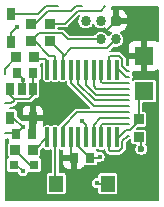
<source format=gtl>
%TF.GenerationSoftware,KiCad,Pcbnew,9.0.0*%
%TF.CreationDate,2025-03-31T12:13:49+01:00*%
%TF.ProjectId,vm_light_sensor_0.2,766d5f6c-6967-4687-945f-73656e736f72,v0.2*%
%TF.SameCoordinates,PX510ff40PY47868c0*%
%TF.FileFunction,Copper,L1,Top*%
%TF.FilePolarity,Positive*%
%FSLAX45Y45*%
G04 Gerber Fmt 4.5, Leading zero omitted, Abs format (unit mm)*
G04 Created by KiCad (PCBNEW 9.0.0) date 2025-03-31 12:13:49*
%MOMM*%
%LPD*%
G01*
G04 APERTURE LIST*
G04 Aperture macros list*
%AMRoundRect*
0 Rectangle with rounded corners*
0 $1 Rounding radius*
0 $2 $3 $4 $5 $6 $7 $8 $9 X,Y pos of 4 corners*
0 Add a 4 corners polygon primitive as box body*
4,1,4,$2,$3,$4,$5,$6,$7,$8,$9,$2,$3,0*
0 Add four circle primitives for the rounded corners*
1,1,$1+$1,$2,$3*
1,1,$1+$1,$4,$5*
1,1,$1+$1,$6,$7*
1,1,$1+$1,$8,$9*
0 Add four rect primitives between the rounded corners*
20,1,$1+$1,$2,$3,$4,$5,0*
20,1,$1+$1,$4,$5,$6,$7,0*
20,1,$1+$1,$6,$7,$8,$9,0*
20,1,$1+$1,$8,$9,$2,$3,0*%
G04 Aperture macros list end*
%TA.AperFunction,SMDPad,CuDef*%
%ADD10C,0.125000*%
%TD*%
%TA.AperFunction,ComponentPad*%
%ADD11RoundRect,0.172720X-0.259080X-0.259080X0.259080X-0.259080X0.259080X0.259080X-0.259080X0.259080X0*%
%TD*%
%TA.AperFunction,ComponentPad*%
%ADD12C,0.863600*%
%TD*%
%TA.AperFunction,SMDPad,CuDef*%
%ADD13R,0.860000X0.810000*%
%TD*%
%TA.AperFunction,SMDPad,CuDef*%
%ADD14R,0.700000X1.000000*%
%TD*%
%TA.AperFunction,SMDPad,CuDef*%
%ADD15R,0.800000X0.800000*%
%TD*%
%TA.AperFunction,SMDPad,CuDef*%
%ADD16R,0.800000X0.900000*%
%TD*%
%TA.AperFunction,SMDPad,CuDef*%
%ADD17O,0.360000X1.740000*%
%TD*%
%TA.AperFunction,SMDPad,CuDef*%
%ADD18R,1.230000X1.360000*%
%TD*%
%TA.AperFunction,SMDPad,CuDef*%
%ADD19R,1.620000X1.490000*%
%TD*%
%TA.AperFunction,SMDPad,CuDef*%
%ADD20R,0.810000X0.860000*%
%TD*%
%TA.AperFunction,SMDPad,CuDef*%
%ADD21R,0.750000X1.000000*%
%TD*%
%TA.AperFunction,ViaPad*%
%ADD22C,0.450000*%
%TD*%
%TA.AperFunction,ViaPad*%
%ADD23C,0.600000*%
%TD*%
%TA.AperFunction,Conductor*%
%ADD24C,0.200000*%
%TD*%
G04 APERTURE END LIST*
D10*
%TO.P,GS5,1,SWDIO~^*%
%TO.N,Net-(GS5-SWDIO~^)*%
X200000Y825000D03*
%TD*%
%TO.P,GS3,1,JD_DATA*%
%TO.N,Net-(GS3-JD_DATA)*%
X-650000Y250000D03*
%TD*%
D11*
%TO.P,J1,1,Vcc*%
%TO.N,+3V3*%
X287500Y700000D03*
D12*
%TO.P,J1,2,SWDIO*%
%TO.N,/SWDIO*%
X287500Y542520D03*
%TO.P,J1,3,GND*%
%TO.N,GND*%
X160500Y700000D03*
%TO.P,J1,4,SWDCLK*%
%TO.N,/SWCLK*%
X160500Y542520D03*
%TO.P,J1,5,~{RESET}*%
%TO.N,/nRESET*%
X33500Y700000D03*
%TD*%
D13*
%TO.P,R7,1*%
%TO.N,/SWDIO*%
X-270000Y525000D03*
%TO.P,R7,2*%
%TO.N,Net-(GS5-SWDIO~^)*%
X-270000Y675000D03*
%TD*%
D10*
%TO.P,GS4,1,SWCLK*%
%TO.N,Net-(GS4-SWCLK)*%
X0Y825000D03*
%TD*%
D14*
%TO.P,U2,1,IN*%
%TO.N,JD_PWR*%
X-415000Y120000D03*
%TO.P,U2,2,GND*%
%TO.N,GND*%
X-510000Y120000D03*
%TO.P,U2,3,EN*%
%TO.N,JD_PWR*%
X-605000Y120000D03*
%TO.P,U2,4,N/C*%
%TO.N,GND*%
X-605000Y-120000D03*
%TO.P,U2,5,OUT*%
%TO.N,+3V3*%
X-415000Y-120000D03*
%TD*%
D10*
%TO.P,GS6,1,RESET*%
%TO.N,Net-(D2-K)*%
X-200000Y825000D03*
%TD*%
D15*
%TO.P,D1,1*%
%TO.N,Net-(D1-Pad1)*%
X-405000Y-520000D03*
%TO.P,D1,2*%
%TO.N,GND*%
X-575000Y-520000D03*
%TD*%
D13*
%TO.P,R6,1*%
%TO.N,/SWCLK*%
X-430000Y525000D03*
%TO.P,R6,2*%
%TO.N,Net-(GS4-SWCLK)*%
X-430000Y675000D03*
%TD*%
D16*
%TO.P,C3,1*%
%TO.N,+3V3*%
X-420000Y-260000D03*
%TO.P,C3,2*%
%TO.N,GND*%
X-560000Y-260000D03*
%TD*%
D17*
%TO.P,U1,1,PB7/PB8*%
%TO.N,/JD_STATUS*%
X-291000Y-287000D03*
%TO.P,U1,2,PB9/PC14-OSC32_IN*%
%TO.N,/nFLASH*%
X-226000Y-287000D03*
%TO.P,U1,3,PC15-OSC32_OUT*%
%TO.N,unconnected-(U1-PC15-OSC32_OUT-Pad3)*%
X-161000Y-287000D03*
%TO.P,U1,4,VDD/VDDA*%
%TO.N,+3V3*%
X-96000Y-287000D03*
%TO.P,U1,5,VSS/VSSA*%
%TO.N,GND*%
X-30000Y-287000D03*
%TO.P,U1,6,NRST*%
%TO.N,/nRESET*%
X35000Y-287000D03*
%TO.P,U1,7,PA0*%
%TO.N,unconnected-(U1-PA0-Pad7)*%
X100000Y-287000D03*
%TO.P,U1,8,PA1*%
%TO.N,unconnected-(U1-PA1-Pad8)*%
X165000Y-287000D03*
%TO.P,U1,9,PA2*%
%TO.N,unconnected-(U1-PA2-Pad9)*%
X230000Y-287000D03*
%TO.P,U1,10,PA3*%
%TO.N,/LIGHT_LEVEL*%
X295000Y-287000D03*
%TO.P,U1,11,PA4*%
%TO.N,unconnected-(U1-PA4-Pad11)*%
X295000Y287000D03*
%TO.P,U1,12,PA5*%
%TO.N,unconnected-(U1-PA5-Pad12)*%
X230000Y287000D03*
%TO.P,U1,13,PA6*%
%TO.N,unconnected-(U1-PA6-Pad13)*%
X165000Y287000D03*
%TO.P,U1,14,PA7*%
%TO.N,unconnected-(U1-PA7-Pad14)*%
X100000Y287000D03*
%TO.P,U1,15,PB0/PB1/PB2/PA8*%
%TO.N,unconnected-(U1-PB0{slash}PB1{slash}PB2{slash}PA8-Pad15)*%
X35000Y287000D03*
%TO.P,U1,16,PA11[PA9]*%
%TO.N,unconnected-(U1-PA11[PA9]-Pad16)*%
X-30000Y287000D03*
%TO.P,U1,17,PA12[PA10]*%
%TO.N,unconnected-(U1-PA12[PA10]-Pad17)*%
X-96000Y287000D03*
%TO.P,U1,18,PA13*%
%TO.N,/SWDIO*%
X-161000Y287000D03*
%TO.P,U1,19,PA15/PA14-BOOT0*%
%TO.N,/SWCLK*%
X-226000Y287000D03*
%TO.P,U1,20,PB3/PB4/PB5/PB6*%
%TO.N,/JD_DATA_MCU*%
X-291000Y287000D03*
%TD*%
D18*
%TO.P,SW1,1,1*%
%TO.N,GND*%
X220000Y-680000D03*
%TO.P,SW1,2,2*%
%TO.N,/nFLASH*%
X-216000Y-680000D03*
%TD*%
D10*
%TO.P,GS2,1,GND*%
%TO.N,GND*%
X-650000Y-250000D03*
%TD*%
D19*
%TO.P,Q1,1,C*%
%TO.N,+3V3*%
X528000Y403000D03*
%TO.P,Q1,2,E*%
%TO.N,/LIGHT_LEVEL*%
X528000Y105000D03*
%TD*%
D20*
%TO.P,R5,1*%
%TO.N,/JD_DATA_MCU*%
X-405000Y390000D03*
%TO.P,R5,2*%
%TO.N,Net-(GS3-JD_DATA)*%
X-555000Y390000D03*
%TD*%
D13*
%TO.P,R2,1*%
%TO.N,GND*%
X483290Y-285000D03*
%TO.P,R2,2*%
%TO.N,/LIGHT_LEVEL*%
X483290Y-135000D03*
%TD*%
D16*
%TO.P,C1,1*%
%TO.N,+3V3*%
X-70000Y-460000D03*
%TO.P,C1,2*%
%TO.N,GND*%
X70000Y-460000D03*
%TD*%
D10*
%TO.P,GS1,1,JD_PWR*%
%TO.N,JD_PWR*%
X-650000Y0D03*
%TD*%
D16*
%TO.P,C2,1*%
%TO.N,JD_PWR*%
X-410000Y260000D03*
%TO.P,C2,2*%
%TO.N,GND*%
X-550000Y260000D03*
%TD*%
D20*
%TO.P,R1,1*%
%TO.N,/JD_STATUS*%
X-415000Y-390000D03*
%TO.P,R1,2*%
%TO.N,Net-(D1-Pad1)*%
X-565000Y-390000D03*
%TD*%
D21*
%TO.P,D2,1,K*%
%TO.N,Net-(D2-K)*%
X-600000Y757000D03*
%TO.P,D2,2,A*%
%TO.N,/nRESET*%
X-600000Y523000D03*
%TD*%
D22*
%TO.N,GND*%
X-500000Y200000D03*
X150000Y-450000D03*
X-500000Y-575000D03*
X125000Y-675000D03*
X-500000Y-200000D03*
D23*
X503290Y-385000D03*
D22*
%TO.N,+3V3*%
X-160000Y30000D03*
X-87500Y615800D03*
X-70000Y-600000D03*
%TO.N,/nRESET*%
X0Y-150000D03*
X-550000Y650000D03*
%TD*%
D24*
%TO.N,GND*%
X-500000Y200000D02*
X-500000Y210000D01*
X130000Y-680000D02*
X125000Y-675000D01*
X-605000Y-120000D02*
X-580000Y-120000D01*
X-500000Y-200000D02*
X-560000Y-260000D01*
X503290Y-305000D02*
X483290Y-285000D01*
X-580000Y-120000D02*
X-500000Y-200000D01*
X503290Y-385000D02*
X503290Y-305000D01*
X-500000Y130000D02*
X-510000Y120000D01*
X-555000Y-520000D02*
X-500000Y-575000D01*
X70000Y-460000D02*
X140000Y-460000D01*
X-30000Y-360000D02*
X70000Y-460000D01*
X-650000Y-250000D02*
X-570000Y-250000D01*
X-500000Y210000D02*
X-550000Y260000D01*
X-30000Y-287000D02*
X-30000Y-360000D01*
X-500000Y200000D02*
X-500000Y130000D01*
X-575000Y-520000D02*
X-555000Y-520000D01*
X-570000Y-250000D02*
X-560000Y-260000D01*
X220000Y-680000D02*
X130000Y-680000D01*
X140000Y-460000D02*
X150000Y-450000D01*
%TO.N,+3V3*%
X-415000Y-120000D02*
X-415000Y-255000D01*
X203300Y615800D02*
X-87500Y615800D01*
X287500Y700000D02*
X203300Y615800D01*
X-96000Y-434000D02*
X-70000Y-460000D01*
X-96000Y-287000D02*
X-96000Y-434000D01*
X-415000Y-255000D02*
X-420000Y-260000D01*
X-395000Y-115000D02*
X-395000Y-120000D01*
%TO.N,Net-(D1-Pad1)*%
X-435000Y-520000D02*
X-405000Y-520000D01*
X-565000Y-390000D02*
X-435000Y-520000D01*
%TO.N,/SWDIO*%
X211610Y466630D02*
X-88370Y466630D01*
X287500Y542520D02*
X211610Y466630D01*
X-270000Y525000D02*
X-161000Y416000D01*
X-88370Y466630D02*
X-161000Y394000D01*
X-161000Y394000D02*
X-161000Y287000D01*
X-161000Y416000D02*
X-161000Y287000D01*
%TO.N,/SWCLK*%
X-359400Y595600D02*
X-430000Y525000D01*
X-116766Y542520D02*
X160500Y542520D01*
X-226000Y394000D02*
X-226000Y287000D01*
X-275400Y404100D02*
X-236100Y404100D01*
X-396300Y525000D02*
X-275400Y404100D01*
X-410000Y525000D02*
X-396300Y525000D01*
X-236100Y404100D02*
X-226000Y394000D01*
X-169846Y595600D02*
X-359400Y595600D01*
X-169846Y595600D02*
X-116766Y542520D01*
%TO.N,/nRESET*%
X35000Y-287000D02*
X35000Y-185000D01*
X35000Y-185000D02*
X0Y-150000D01*
X-600000Y600000D02*
X-550000Y650000D01*
X-600000Y523000D02*
X-600000Y600000D01*
%TO.N,/JD_STATUS*%
X-415000Y-390000D02*
X-394000Y-390000D01*
X-394000Y-390000D02*
X-291000Y-287000D01*
%TO.N,/nFLASH*%
X-226000Y-287000D02*
X-226000Y-670000D01*
X-226000Y-670000D02*
X-216000Y-680000D01*
%TO.N,unconnected-(U1-PA5-Pad12)*%
X381569Y275000D02*
X400000Y275000D01*
X230000Y394000D02*
X240100Y404100D01*
X240100Y404100D02*
X314924Y404100D01*
X343100Y375924D02*
X343100Y313469D01*
X230000Y287000D02*
X230000Y394000D01*
X343100Y313469D02*
X381569Y275000D01*
X314924Y404100D02*
X343100Y375924D01*
%TO.N,unconnected-(U1-PC15-OSC32_OUT-Pad3)*%
X-40500Y-75000D02*
X400000Y-75000D01*
X-161000Y-287000D02*
X-161000Y-195500D01*
X-161000Y-195500D02*
X-40500Y-75000D01*
%TO.N,unconnected-(U1-PA2-Pad9)*%
X314924Y-404100D02*
X343100Y-375924D01*
X343100Y-375924D02*
X343100Y-319973D01*
X388073Y-275000D02*
X400000Y-275000D01*
X230000Y-287000D02*
X230000Y-394000D01*
X230000Y-394000D02*
X240100Y-404100D01*
X240100Y-404100D02*
X314924Y-404100D01*
X343100Y-319973D02*
X388073Y-275000D01*
%TO.N,unconnected-(U1-PA1-Pad8)*%
X319900Y-169900D02*
X325000Y-175000D01*
X165000Y-180000D02*
X175100Y-169900D01*
X175100Y-169900D02*
X319900Y-169900D01*
X325000Y-175000D02*
X400000Y-175000D01*
X165000Y-287000D02*
X165000Y-180000D01*
%TO.N,unconnected-(U1-PA11[PA9]-Pad16)*%
X-30000Y165000D02*
X110000Y25000D01*
X110000Y25000D02*
X400000Y25000D01*
X-30000Y287000D02*
X-30000Y165000D01*
%TO.N,unconnected-(U1-PB0{slash}PB1{slash}PB2{slash}PA8-Pad15)*%
X35000Y156710D02*
X116710Y75000D01*
X116710Y75000D02*
X400000Y75000D01*
X35000Y287000D02*
X35000Y156710D01*
%TO.N,unconnected-(U1-PA7-Pad14)*%
X100000Y148420D02*
X123420Y125000D01*
X123420Y125000D02*
X400000Y125000D01*
X100000Y287000D02*
X100000Y148420D01*
%TO.N,unconnected-(U1-PA6-Pad13)*%
X319900Y169900D02*
X325000Y175000D01*
X325000Y175000D02*
X400000Y175000D01*
X165000Y180000D02*
X175100Y169900D01*
X165000Y287000D02*
X165000Y180000D01*
X175100Y169900D02*
X319900Y169900D01*
%TO.N,unconnected-(U1-PA0-Pad7)*%
X100000Y-180000D02*
X155000Y-125000D01*
X100000Y-287000D02*
X100000Y-180000D01*
X155000Y-125000D02*
X400000Y-125000D01*
%TO.N,unconnected-(U1-PA12[PA10]-Pad17)*%
X-96000Y171000D02*
X100000Y-25000D01*
X100000Y-25000D02*
X400000Y-25000D01*
X-96000Y287000D02*
X-96000Y171000D01*
%TO.N,unconnected-(U1-PA4-Pad11)*%
X313000Y287000D02*
X375000Y225000D01*
X375000Y225000D02*
X400000Y225000D01*
X295000Y287000D02*
X313000Y287000D01*
%TO.N,JD_PWR*%
X-575100Y39900D02*
X-550000Y39900D01*
X-415000Y69800D02*
X-415000Y120000D01*
X-575100Y24900D02*
X-600000Y0D01*
X-444900Y39900D02*
X-415000Y69800D01*
X-415000Y120000D02*
X-415000Y255000D01*
X-575100Y39900D02*
X-575100Y24900D01*
X-605000Y120000D02*
X-605000Y69800D01*
X-605000Y69800D02*
X-575100Y39900D01*
X-550000Y39900D02*
X-444900Y39900D01*
X-415000Y255000D02*
X-410000Y260000D01*
X-650000Y0D02*
X-600000Y0D01*
%TO.N,Net-(GS3-JD_DATA)*%
X-650000Y295000D02*
X-650000Y250000D01*
X-555000Y390000D02*
X-650000Y295000D01*
%TO.N,/JD_DATA_MCU*%
X-300000Y370000D02*
X-300000Y296000D01*
X-309800Y379800D02*
X-300000Y370000D01*
X-394800Y379800D02*
X-309800Y379800D01*
X-300000Y296000D02*
X-291000Y287000D01*
X-405000Y390000D02*
X-394800Y379800D01*
%TO.N,Net-(D2-K)*%
X-304527Y825000D02*
X-200000Y825000D01*
X-372527Y757000D02*
X-304527Y825000D01*
X-600000Y757000D02*
X-372527Y757000D01*
%TO.N,Net-(GS4-SWCLK)*%
X-430000Y675000D02*
X-397959Y675000D01*
X-397959Y675000D02*
X-288059Y784900D01*
X-49451Y825000D02*
X0Y825000D01*
X-89551Y784900D02*
X-49451Y825000D01*
X-288059Y784900D02*
X-89551Y784900D01*
%TO.N,Net-(GS5-SWDIO~^)*%
X-270000Y675000D02*
X-142882Y675000D01*
X-142882Y675000D02*
X-32982Y784900D01*
X159900Y784900D02*
X200000Y825000D01*
X-32982Y784900D02*
X159900Y784900D01*
%TO.N,/LIGHT_LEVEL*%
X375000Y-225000D02*
X406710Y-225000D01*
X313000Y-287000D02*
X375000Y-225000D01*
X483290Y-148420D02*
X483290Y-135000D01*
X483290Y-135000D02*
X483290Y60000D01*
X295000Y-287000D02*
X313000Y-287000D01*
X406710Y-225000D02*
X483290Y-148420D01*
X483290Y60000D02*
X528290Y105000D01*
%TD*%
%TA.AperFunction,Conductor*%
%TO.N,+3V3*%
G36*
X647783Y822783D02*
G01*
X649950Y817550D01*
X649950Y524086D01*
X647783Y518854D01*
X642550Y516686D01*
X638115Y518162D01*
X633209Y521835D01*
X633209Y521835D01*
X619738Y526860D01*
X619738Y526860D01*
X613783Y527500D01*
X553000Y527500D01*
X553000Y278500D01*
X613783Y278500D01*
X619738Y279140D01*
X619738Y279140D01*
X633209Y284165D01*
X633209Y284165D01*
X638115Y287838D01*
X643603Y289238D01*
X648474Y286349D01*
X649950Y281914D01*
X649950Y-817550D01*
X647783Y-822783D01*
X642550Y-824950D01*
X-642550Y-824950D01*
X-647783Y-822783D01*
X-649950Y-817550D01*
X-649950Y-306914D01*
X-647783Y-301682D01*
X-643921Y-299778D01*
X-643942Y-299698D01*
X-643540Y-299590D01*
X-643515Y-299578D01*
X-643475Y-299572D01*
X-643474Y-299572D01*
X-630866Y-296194D01*
X-630865Y-296194D01*
X-630418Y-296008D01*
X-630318Y-296249D01*
X-625536Y-295618D01*
X-621042Y-299065D01*
X-620050Y-302767D01*
X-620050Y-306975D01*
X-618887Y-312823D01*
X-614218Y-319811D01*
X-613113Y-325366D01*
X-616259Y-330075D01*
X-619955Y-332545D01*
X-619955Y-332545D01*
X-624387Y-339177D01*
X-624387Y-339177D01*
X-625550Y-345025D01*
X-625550Y-434975D01*
X-625059Y-437444D01*
X-624387Y-440823D01*
X-623302Y-442447D01*
X-619955Y-447455D01*
X-619716Y-447615D01*
X-619556Y-447854D01*
X-619440Y-447970D01*
X-619463Y-447993D01*
X-616569Y-452324D01*
X-617674Y-457879D01*
X-622383Y-461026D01*
X-622500Y-461049D01*
X-622823Y-461113D01*
X-629455Y-465545D01*
X-629455Y-465545D01*
X-633887Y-472177D01*
X-635050Y-478025D01*
X-635050Y-561975D01*
X-633887Y-567823D01*
X-630939Y-572234D01*
X-629455Y-574455D01*
X-625044Y-577403D01*
X-622823Y-578887D01*
X-622823Y-578887D01*
X-622823Y-578887D01*
X-616975Y-580050D01*
X-548376Y-580050D01*
X-543144Y-582217D01*
X-541228Y-585535D01*
X-539651Y-591423D01*
X-539650Y-591424D01*
X-538675Y-593113D01*
X-534049Y-601126D01*
X-526126Y-609049D01*
X-516424Y-614650D01*
X-505602Y-617550D01*
X-505602Y-617550D01*
X-505602Y-617550D01*
X-494398Y-617550D01*
X-494398Y-617550D01*
X-483576Y-614650D01*
X-473874Y-609049D01*
X-465951Y-601126D01*
X-460350Y-591424D01*
X-458573Y-584794D01*
X-455126Y-580301D01*
X-449982Y-579452D01*
X-446975Y-580050D01*
X-446975Y-580050D01*
X-363025Y-580050D01*
X-363025Y-580050D01*
X-357177Y-578887D01*
X-350545Y-574455D01*
X-346113Y-567823D01*
X-344950Y-561975D01*
X-344950Y-478025D01*
X-346113Y-472177D01*
X-350545Y-465545D01*
X-352766Y-464061D01*
X-357177Y-461113D01*
X-357177Y-461113D01*
X-357462Y-461056D01*
X-357617Y-461026D01*
X-362326Y-457879D01*
X-363431Y-452324D01*
X-360537Y-447993D01*
X-360560Y-447970D01*
X-360444Y-447854D01*
X-360284Y-447615D01*
X-360045Y-447455D01*
X-355613Y-440823D01*
X-354450Y-434975D01*
X-354450Y-396012D01*
X-352283Y-390780D01*
X-335374Y-373871D01*
X-330142Y-371704D01*
X-324909Y-373871D01*
X-323733Y-375404D01*
X-321998Y-378410D01*
X-321448Y-379363D01*
X-314363Y-386448D01*
X-305687Y-391457D01*
X-296010Y-394050D01*
X-296010Y-394050D01*
X-296009Y-394050D01*
X-285990Y-394050D01*
X-285990Y-394050D01*
X-276313Y-391457D01*
X-269499Y-387522D01*
X-267217Y-386205D01*
X-267072Y-386456D01*
X-262487Y-385225D01*
X-257581Y-388055D01*
X-256050Y-392562D01*
X-256050Y-584550D01*
X-258217Y-589783D01*
X-263450Y-591950D01*
X-279475Y-591950D01*
X-282399Y-592532D01*
X-285323Y-593113D01*
X-291955Y-597545D01*
X-291955Y-597545D01*
X-296387Y-604177D01*
X-297550Y-610025D01*
X-297550Y-749975D01*
X-296387Y-755823D01*
X-293439Y-760234D01*
X-291955Y-762455D01*
X-287544Y-765403D01*
X-285323Y-766887D01*
X-285323Y-766887D01*
X-285323Y-766887D01*
X-279475Y-768050D01*
X-279475Y-768050D01*
X-152525Y-768050D01*
X-152525Y-768050D01*
X-146677Y-766887D01*
X-140045Y-762455D01*
X-135613Y-755823D01*
X-134450Y-749975D01*
X-134450Y-669398D01*
X82450Y-669398D01*
X82450Y-680602D01*
X85350Y-691423D01*
X85350Y-691424D01*
X85350Y-691424D01*
X90951Y-701126D01*
X98874Y-709048D01*
X108576Y-714650D01*
X119398Y-717550D01*
X119398Y-717550D01*
X131050Y-717550D01*
X136283Y-719717D01*
X138450Y-724950D01*
X138450Y-749975D01*
X139613Y-755823D01*
X142561Y-760234D01*
X144045Y-762455D01*
X148456Y-765403D01*
X150677Y-766887D01*
X150677Y-766887D01*
X150677Y-766887D01*
X156525Y-768050D01*
X156525Y-768050D01*
X283475Y-768050D01*
X283475Y-768050D01*
X289323Y-766887D01*
X295955Y-762455D01*
X300387Y-755823D01*
X301550Y-749975D01*
X301550Y-610025D01*
X300387Y-604177D01*
X295955Y-597545D01*
X293734Y-596061D01*
X289323Y-593113D01*
X289323Y-593113D01*
X286399Y-592532D01*
X283475Y-591950D01*
X156525Y-591950D01*
X153601Y-592532D01*
X150677Y-593113D01*
X144045Y-597545D01*
X144045Y-597545D01*
X139613Y-604177D01*
X138450Y-610025D01*
X138450Y-625050D01*
X136283Y-630283D01*
X131050Y-632450D01*
X119398Y-632450D01*
X108577Y-635350D01*
X108576Y-635350D01*
X98874Y-640952D01*
X90951Y-648874D01*
X85350Y-658576D01*
X85350Y-658577D01*
X82450Y-669398D01*
X-134450Y-669398D01*
X-134450Y-610025D01*
X-135613Y-604177D01*
X-140045Y-597545D01*
X-142266Y-596061D01*
X-146677Y-593113D01*
X-146677Y-593113D01*
X-149601Y-592532D01*
X-152525Y-591950D01*
X-152525Y-591950D01*
X-188550Y-591950D01*
X-193783Y-589783D01*
X-195950Y-584550D01*
X-195950Y-509783D01*
X-160000Y-509783D01*
X-159360Y-515737D01*
X-159360Y-515738D01*
X-154336Y-529209D01*
X-154335Y-529209D01*
X-145719Y-540719D01*
X-134209Y-549335D01*
X-134209Y-549335D01*
X-120738Y-554360D01*
X-120738Y-554360D01*
X-114783Y-555000D01*
X-95000Y-555000D01*
X-95000Y-485000D01*
X-160000Y-485000D01*
X-160000Y-509783D01*
X-195950Y-509783D01*
X-195950Y-392562D01*
X-193783Y-387330D01*
X-188550Y-385162D01*
X-184898Y-386403D01*
X-184783Y-386205D01*
X-182501Y-387522D01*
X-175687Y-391457D01*
X-166009Y-394050D01*
X-166009Y-394050D01*
X-165529Y-394113D01*
X-165556Y-394320D01*
X-160976Y-396217D01*
X-158809Y-401450D01*
X-159275Y-404036D01*
X-159360Y-404262D01*
X-160000Y-410217D01*
X-160000Y-435000D01*
X-77400Y-435000D01*
X-72167Y-437167D01*
X-70000Y-442400D01*
X-70000Y-460000D01*
X-52400Y-460000D01*
X-47167Y-462167D01*
X-45000Y-467400D01*
X-45000Y-555000D01*
X-25217Y-555000D01*
X-19263Y-554360D01*
X-19262Y-554360D01*
X-5791Y-549335D01*
X-5791Y-549335D01*
X5719Y-540719D01*
X14335Y-529209D01*
X14524Y-528703D01*
X18383Y-524558D01*
X22901Y-524031D01*
X28025Y-525050D01*
X28025Y-525050D01*
X111975Y-525050D01*
X111975Y-525050D01*
X117823Y-523887D01*
X124455Y-519455D01*
X128887Y-512823D01*
X130050Y-506975D01*
X130050Y-498349D01*
X132217Y-493117D01*
X137450Y-490949D01*
X139365Y-491201D01*
X142999Y-492175D01*
X144398Y-492550D01*
X144398Y-492550D01*
X144398Y-492550D01*
X155602Y-492550D01*
X155602Y-492550D01*
X166424Y-489650D01*
X176126Y-484048D01*
X184048Y-476126D01*
X189650Y-466424D01*
X192550Y-455602D01*
X192550Y-455602D01*
X192550Y-444398D01*
X192550Y-444398D01*
X191592Y-440823D01*
X189650Y-433576D01*
X184048Y-423874D01*
X176126Y-415951D01*
X170064Y-412451D01*
X166424Y-410350D01*
X166423Y-410349D01*
X160204Y-408683D01*
X160203Y-408683D01*
X155602Y-407450D01*
X144398Y-407450D01*
X136519Y-409561D01*
X135248Y-409394D01*
X134030Y-409791D01*
X132801Y-409072D01*
X130903Y-408822D01*
X128981Y-407224D01*
X128695Y-406891D01*
X124455Y-400545D01*
X121677Y-398688D01*
X121014Y-397913D01*
X120428Y-396117D01*
X119379Y-394546D01*
X119582Y-393521D01*
X119259Y-392529D01*
X120115Y-390844D01*
X120484Y-388991D01*
X121578Y-387966D01*
X121825Y-387480D01*
X122243Y-387344D01*
X122937Y-386694D01*
X123363Y-386448D01*
X127267Y-382543D01*
X132500Y-380376D01*
X137733Y-382543D01*
X141637Y-386448D01*
X150313Y-391457D01*
X154834Y-392668D01*
X159991Y-394050D01*
X162443Y-394050D01*
X170010Y-394050D01*
X170010Y-394050D01*
X179687Y-391457D01*
X186501Y-387522D01*
X188783Y-386205D01*
X188928Y-386456D01*
X193513Y-385225D01*
X198419Y-388055D01*
X199950Y-392562D01*
X199950Y-397956D01*
X201998Y-405599D01*
X203644Y-408451D01*
X203645Y-408451D01*
X205954Y-412451D01*
X221649Y-428146D01*
X228501Y-432102D01*
X236144Y-434150D01*
X236144Y-434150D01*
X318880Y-434150D01*
X318880Y-434150D01*
X326523Y-432102D01*
X333375Y-428146D01*
X338970Y-422551D01*
X367146Y-394375D01*
X368131Y-392668D01*
X368228Y-392501D01*
X370846Y-387966D01*
X371102Y-387523D01*
X373150Y-379880D01*
X373150Y-379880D01*
X373150Y-335485D01*
X375317Y-330252D01*
X398352Y-307217D01*
X401933Y-305237D01*
X402748Y-305050D01*
X403956Y-305050D01*
X411059Y-303147D01*
X411188Y-303117D01*
X413856Y-303569D01*
X416540Y-303922D01*
X416629Y-304038D01*
X416772Y-304062D01*
X418340Y-306268D01*
X419988Y-308415D01*
X420015Y-308625D01*
X420053Y-308679D01*
X420036Y-308781D01*
X420240Y-310331D01*
X420240Y-327475D01*
X421403Y-333323D01*
X422848Y-335485D01*
X425835Y-339955D01*
X428246Y-341566D01*
X432467Y-344387D01*
X432467Y-344387D01*
X432467Y-344387D01*
X438315Y-345550D01*
X455456Y-345550D01*
X460689Y-347717D01*
X462856Y-352950D01*
X461865Y-356650D01*
X456651Y-365681D01*
X456651Y-365682D01*
X453240Y-378410D01*
X453240Y-391589D01*
X456651Y-404318D01*
X456651Y-404319D01*
X460133Y-410350D01*
X463240Y-415731D01*
X472559Y-425050D01*
X483971Y-431639D01*
X496700Y-435050D01*
X496701Y-435050D01*
X496701Y-435050D01*
X509879Y-435050D01*
X509879Y-435050D01*
X522609Y-431639D01*
X534021Y-425050D01*
X543340Y-415731D01*
X549929Y-404319D01*
X553340Y-391589D01*
X553340Y-391589D01*
X553340Y-378411D01*
X553340Y-378410D01*
X552534Y-375404D01*
X549929Y-365681D01*
X543340Y-354269D01*
X540096Y-351025D01*
X537929Y-345792D01*
X540096Y-340560D01*
X540343Y-340357D01*
X540745Y-339956D01*
X540745Y-339955D01*
X545177Y-333323D01*
X546340Y-327475D01*
X546340Y-242525D01*
X545177Y-236677D01*
X540745Y-230045D01*
X537685Y-228000D01*
X534113Y-225613D01*
X534113Y-225613D01*
X531189Y-225032D01*
X528265Y-224450D01*
X528265Y-224450D01*
X467622Y-224450D01*
X462390Y-222283D01*
X460222Y-217050D01*
X462390Y-211817D01*
X476490Y-197717D01*
X481722Y-195550D01*
X528265Y-195550D01*
X528265Y-195550D01*
X534113Y-194387D01*
X540745Y-189955D01*
X545177Y-183323D01*
X546340Y-177475D01*
X546340Y-92525D01*
X545177Y-86677D01*
X540745Y-80045D01*
X538524Y-78561D01*
X534113Y-75613D01*
X534113Y-75613D01*
X531189Y-75032D01*
X528265Y-74450D01*
X528265Y-74450D01*
X520740Y-74450D01*
X515507Y-72283D01*
X513340Y-67050D01*
X513340Y3050D01*
X515507Y8283D01*
X520740Y10450D01*
X610975Y10450D01*
X610975Y10450D01*
X616823Y11613D01*
X623455Y16045D01*
X627887Y22677D01*
X629050Y28525D01*
X629050Y181475D01*
X627887Y187323D01*
X627571Y187795D01*
X626065Y190050D01*
X623455Y193955D01*
X620337Y196039D01*
X616823Y198387D01*
X616823Y198387D01*
X613509Y199046D01*
X610975Y199550D01*
X445025Y199550D01*
X442491Y199046D01*
X439177Y198387D01*
X432198Y193723D01*
X430081Y193302D01*
X428086Y192476D01*
X427386Y192766D01*
X426643Y192618D01*
X422854Y194643D01*
X422730Y194767D01*
X420562Y200000D01*
X422730Y205233D01*
X424046Y206549D01*
X428002Y213401D01*
X430050Y221044D01*
X430050Y221044D01*
X430050Y228956D01*
X430050Y228956D01*
X428002Y236599D01*
X428002Y236599D01*
X425668Y240641D01*
X424046Y243451D01*
X422730Y244767D01*
X420562Y250000D01*
X422730Y255233D01*
X424046Y256549D01*
X428002Y263401D01*
X430050Y271044D01*
X430050Y271044D01*
X430050Y271570D01*
X432217Y276803D01*
X437450Y278970D01*
X438241Y278928D01*
X442217Y278500D01*
X503000Y278500D01*
X503000Y378000D01*
X397000Y378000D01*
X397000Y323717D01*
X397366Y320314D01*
X397247Y319911D01*
X397408Y319523D01*
X396465Y317245D01*
X395770Y314879D01*
X395402Y314678D01*
X395241Y314290D01*
X392963Y313347D01*
X390799Y312165D01*
X390396Y312283D01*
X390008Y312123D01*
X387730Y313066D01*
X385365Y313761D01*
X384776Y314290D01*
X375317Y323748D01*
X373150Y328981D01*
X373150Y379880D01*
X373150Y379880D01*
X371102Y387522D01*
X371102Y387523D01*
X367146Y394375D01*
X333375Y428146D01*
X326523Y432102D01*
X326522Y432102D01*
X318880Y434150D01*
X318880Y434150D01*
X244056Y434150D01*
X239492Y434150D01*
X234260Y436317D01*
X232092Y441550D01*
X234260Y446783D01*
X235656Y448179D01*
X242694Y455217D01*
X266377Y478900D01*
X271609Y481067D01*
X273052Y480925D01*
X281272Y479290D01*
X281273Y479290D01*
X293728Y479290D01*
X293728Y479290D01*
X305944Y481720D01*
X307303Y482283D01*
X397000Y482283D01*
X397000Y428000D01*
X503000Y428000D01*
X503000Y527500D01*
X442217Y527500D01*
X436262Y526860D01*
X436262Y526860D01*
X422791Y521835D01*
X422791Y521835D01*
X411281Y513219D01*
X402665Y501709D01*
X402664Y501709D01*
X397640Y488238D01*
X397640Y488238D01*
X397000Y482283D01*
X307303Y482283D01*
X317451Y486486D01*
X327807Y493406D01*
X336614Y502213D01*
X343534Y512569D01*
X348300Y524076D01*
X350730Y536292D01*
X350730Y548748D01*
X348300Y560964D01*
X346400Y565550D01*
X343534Y572470D01*
X343467Y572570D01*
X336614Y582827D01*
X327807Y591634D01*
X327806Y591634D01*
X327806Y591634D01*
X323867Y594266D01*
X320721Y598975D01*
X321826Y604530D01*
X325777Y607484D01*
X341220Y612296D01*
X355201Y620748D01*
X366752Y632299D01*
X375204Y646280D01*
X380064Y661876D01*
X380064Y661877D01*
X380680Y668654D01*
X380680Y668655D01*
X380680Y675000D01*
X300079Y675000D01*
X304656Y677642D01*
X309858Y682844D01*
X313536Y689216D01*
X315440Y696322D01*
X315440Y703678D01*
X313536Y710784D01*
X309858Y717156D01*
X304656Y722358D01*
X300079Y725000D01*
X312500Y725000D01*
X380680Y725000D01*
X380680Y731345D01*
X380680Y731346D01*
X380064Y738123D01*
X380064Y738124D01*
X375204Y753720D01*
X366752Y767701D01*
X355201Y779252D01*
X341220Y787704D01*
X325624Y792564D01*
X325623Y792564D01*
X318846Y793180D01*
X312500Y793180D01*
X312500Y725000D01*
X300079Y725000D01*
X298284Y726036D01*
X291178Y727940D01*
X283822Y727940D01*
X276716Y726036D01*
X270344Y722358D01*
X265142Y717156D01*
X262500Y712579D01*
X262500Y793180D01*
X256153Y793180D01*
X251867Y792790D01*
X246460Y794475D01*
X243828Y799490D01*
X244789Y803860D01*
X246194Y806294D01*
X249572Y818901D01*
X249572Y818902D01*
X249698Y819370D01*
X249973Y819296D01*
X252351Y823419D01*
X256858Y824950D01*
X642550Y824950D01*
X647783Y822783D01*
G37*
%TD.AperFunction*%
%TA.AperFunction,Conductor*%
G36*
X-331297Y346397D02*
G01*
X-330050Y342286D01*
X-330050Y292044D01*
X-329302Y289253D01*
X-329050Y287338D01*
X-329050Y212990D01*
X-326457Y203313D01*
X-321451Y194643D01*
X-321448Y194637D01*
X-314363Y187552D01*
X-305687Y182543D01*
X-296010Y179950D01*
X-296010Y179950D01*
X-296009Y179950D01*
X-285990Y179950D01*
X-285990Y179950D01*
X-276313Y182543D01*
X-267637Y187552D01*
X-263733Y191457D01*
X-258500Y193624D01*
X-253267Y191457D01*
X-249363Y187552D01*
X-240687Y182543D01*
X-231010Y179950D01*
X-231010Y179950D01*
X-231009Y179950D01*
X-220990Y179950D01*
X-220990Y179950D01*
X-211313Y182543D01*
X-202637Y187552D01*
X-198733Y191457D01*
X-193500Y193624D01*
X-188267Y191457D01*
X-184363Y187552D01*
X-175687Y182543D01*
X-166010Y179950D01*
X-166010Y179950D01*
X-166009Y179950D01*
X-155990Y179950D01*
X-155990Y179950D01*
X-146313Y182543D01*
X-139215Y186641D01*
X-137217Y187795D01*
X-137072Y187544D01*
X-132487Y188775D01*
X-127581Y185945D01*
X-126050Y181438D01*
X-126050Y167044D01*
X-124002Y159402D01*
X-124002Y159401D01*
X-124002Y159401D01*
X-122876Y157450D01*
X-122875Y157450D01*
X-120046Y152549D01*
X64820Y-32317D01*
X66988Y-37550D01*
X64820Y-42783D01*
X59588Y-44950D01*
X-44456Y-44950D01*
X-52099Y-46998D01*
X-52099Y-46998D01*
X-57212Y-49950D01*
X-58951Y-50954D01*
X-185046Y-177049D01*
X-189002Y-183901D01*
X-189002Y-183901D01*
X-189338Y-185154D01*
X-192786Y-189647D01*
X-198401Y-190386D01*
X-201718Y-188471D01*
X-202637Y-187552D01*
X-211313Y-182543D01*
X-211313Y-182543D01*
X-220990Y-179950D01*
X-220991Y-179950D01*
X-231009Y-179950D01*
X-231010Y-179950D01*
X-240687Y-182543D01*
X-249363Y-187552D01*
X-253267Y-191457D01*
X-258500Y-193624D01*
X-263733Y-191457D01*
X-267637Y-187552D01*
X-276314Y-182543D01*
X-276313Y-182543D01*
X-285990Y-179950D01*
X-285991Y-179950D01*
X-296009Y-179950D01*
X-296010Y-179950D01*
X-305687Y-182543D01*
X-314363Y-187552D01*
X-314364Y-187553D01*
X-320323Y-193512D01*
X-325555Y-195679D01*
X-330788Y-193511D01*
X-332955Y-188279D01*
X-332489Y-185693D01*
X-330640Y-180738D01*
X-330640Y-180737D01*
X-330000Y-174783D01*
X-330000Y-145000D01*
X-390000Y-145000D01*
X-390000Y-220600D01*
X-392167Y-225833D01*
X-393303Y-226303D01*
X-395000Y-228000D01*
X-395000Y-252600D01*
X-397167Y-257833D01*
X-402400Y-260000D01*
X-437600Y-260000D01*
X-442833Y-257833D01*
X-445000Y-252600D01*
X-445000Y-164400D01*
X-442833Y-159167D01*
X-441697Y-158697D01*
X-440000Y-157000D01*
X-440000Y-145000D01*
X-500000Y-145000D01*
X-501019Y-146019D01*
X-506252Y-148186D01*
X-511484Y-146019D01*
X-547783Y-109720D01*
X-549950Y-104488D01*
X-549950Y-68025D01*
X-550261Y-66463D01*
X-550509Y-65217D01*
X-500000Y-65217D01*
X-500000Y-95000D01*
X-440000Y-95000D01*
X-390000Y-95000D01*
X-330000Y-95000D01*
X-330000Y-65217D01*
X-330640Y-59262D01*
X-330640Y-59262D01*
X-335665Y-45791D01*
X-335665Y-45791D01*
X-344281Y-34281D01*
X-355791Y-25665D01*
X-355791Y-25664D01*
X-369262Y-20640D01*
X-369262Y-20640D01*
X-375217Y-20000D01*
X-390000Y-20000D01*
X-390000Y-95000D01*
X-440000Y-95000D01*
X-440000Y-20000D01*
X-454783Y-20000D01*
X-460738Y-20640D01*
X-460738Y-20640D01*
X-474209Y-25664D01*
X-474209Y-25665D01*
X-485719Y-34281D01*
X-494335Y-45791D01*
X-494335Y-45791D01*
X-499360Y-59262D01*
X-499360Y-59262D01*
X-500000Y-65217D01*
X-550509Y-65217D01*
X-550604Y-64737D01*
X-551113Y-62177D01*
X-555545Y-55545D01*
X-560050Y-52534D01*
X-562177Y-51113D01*
X-562177Y-51113D01*
X-565101Y-50532D01*
X-568025Y-49950D01*
X-612407Y-49950D01*
X-617639Y-47783D01*
X-619807Y-42550D01*
X-617639Y-37317D01*
X-612539Y-32217D01*
X-607307Y-30050D01*
X-596044Y-30050D01*
X-596044Y-30050D01*
X-588401Y-28002D01*
X-581549Y-24046D01*
X-575954Y-18451D01*
X-551054Y6449D01*
X-551054Y6449D01*
X-550759Y6834D01*
X-550547Y6671D01*
X-546734Y9598D01*
X-544818Y9850D01*
X-440944Y9850D01*
X-440944Y9850D01*
X-433301Y11898D01*
X-426449Y15854D01*
X-420854Y21449D01*
X-394520Y47783D01*
X-389288Y49950D01*
X-378025Y49950D01*
X-378025Y49950D01*
X-372177Y51113D01*
X-365545Y55545D01*
X-361113Y62177D01*
X-359950Y68025D01*
X-359950Y171975D01*
X-361113Y177823D01*
X-363553Y181475D01*
X-365906Y184996D01*
X-367011Y190551D01*
X-363865Y195260D01*
X-362585Y195944D01*
X-362177Y196113D01*
X-362177Y196113D01*
X-355545Y200545D01*
X-351113Y207177D01*
X-349950Y213025D01*
X-349950Y306975D01*
X-351113Y312823D01*
X-355545Y319455D01*
X-355545Y319455D01*
X-355783Y319811D01*
X-356888Y325366D01*
X-353741Y330075D01*
X-350045Y332545D01*
X-345613Y339177D01*
X-344708Y343729D01*
X-341561Y348439D01*
X-336006Y349543D01*
X-331297Y346397D01*
G37*
%TD.AperFunction*%
%TA.AperFunction,Conductor*%
G36*
X-19081Y745839D02*
G01*
X-16914Y740606D01*
X-18161Y736495D01*
X-22534Y729950D01*
X-27300Y718444D01*
X-27300Y718443D01*
X-29730Y706228D01*
X-29730Y693773D01*
X-27300Y681557D01*
X-27300Y681556D01*
X-22534Y670050D01*
X-16117Y660446D01*
X-15614Y659693D01*
X-6807Y650886D01*
X3549Y643966D01*
X3549Y643966D01*
X3550Y643966D01*
X7202Y642454D01*
X15056Y639200D01*
X27272Y636770D01*
X27272Y636770D01*
X39728Y636770D01*
X39728Y636770D01*
X51943Y639200D01*
X63451Y643966D01*
X73807Y650886D01*
X82614Y659693D01*
X89534Y670049D01*
X90163Y671570D01*
X94168Y675574D01*
X99832Y675574D01*
X103836Y671570D01*
X104466Y670050D01*
X104466Y670049D01*
X110883Y660446D01*
X111386Y659693D01*
X120193Y650886D01*
X130549Y643966D01*
X130549Y643966D01*
X130550Y643966D01*
X134202Y642454D01*
X142057Y639200D01*
X154272Y636770D01*
X154273Y636770D01*
X166728Y636770D01*
X166728Y636770D01*
X178943Y639200D01*
X186798Y642454D01*
X190450Y643966D01*
X190450Y643966D01*
X190451Y643966D01*
X191665Y644778D01*
X197220Y645883D01*
X201929Y642737D01*
X202109Y642454D01*
X208248Y632299D01*
X219799Y620748D01*
X233780Y612296D01*
X249223Y607484D01*
X253574Y603858D01*
X254086Y598218D01*
X251133Y594266D01*
X247194Y591634D01*
X247193Y591634D01*
X238386Y582826D01*
X231466Y572471D01*
X230837Y570951D01*
X226832Y566946D01*
X221168Y566946D01*
X217163Y570951D01*
X216534Y572471D01*
X209614Y582826D01*
X209614Y582827D01*
X200807Y591634D01*
X199340Y592614D01*
X190450Y598554D01*
X178944Y603320D01*
X178943Y603320D01*
X169740Y605151D01*
X166728Y605750D01*
X154272Y605750D01*
X151923Y605283D01*
X142057Y603320D01*
X142056Y603320D01*
X130550Y598554D01*
X120194Y591634D01*
X111386Y582826D01*
X109467Y579955D01*
X106730Y575859D01*
X102021Y572712D01*
X100577Y572570D01*
X-101254Y572570D01*
X-106487Y574737D01*
X-151395Y619646D01*
X-158247Y623602D01*
X-158248Y623602D01*
X-165890Y625650D01*
X-165890Y625650D01*
X-199550Y625650D01*
X-204783Y627817D01*
X-206950Y633050D01*
X-206950Y637550D01*
X-204783Y642783D01*
X-199550Y644950D01*
X-138926Y644950D01*
X-138926Y644950D01*
X-131283Y646998D01*
X-124431Y650954D01*
X-118836Y656549D01*
X-29546Y745839D01*
X-24314Y748006D01*
X-19081Y745839D01*
G37*
%TD.AperFunction*%
%TD*%
M02*

</source>
